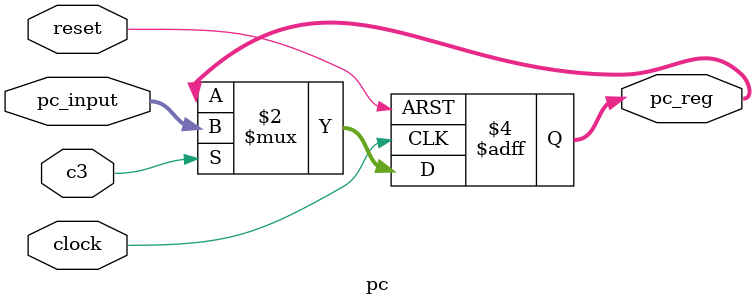
<source format=v>
/*
PC register

6 bit registers that updates every clock cycle where c14 is on, asynch reset
*/

module pc (
    input clock,
    input reset,
    input c3,
    input [5:0] pc_input,
    output reg [5:0] pc_reg
);

always@(posedge clock or posedge reset)
begin
    if(reset)
    begin
        pc_reg <= 6'b0;
    end
    else
    begin
        if(c3)
        begin
            pc_reg <= pc_input;
        end
    end
end

endmodule
</source>
